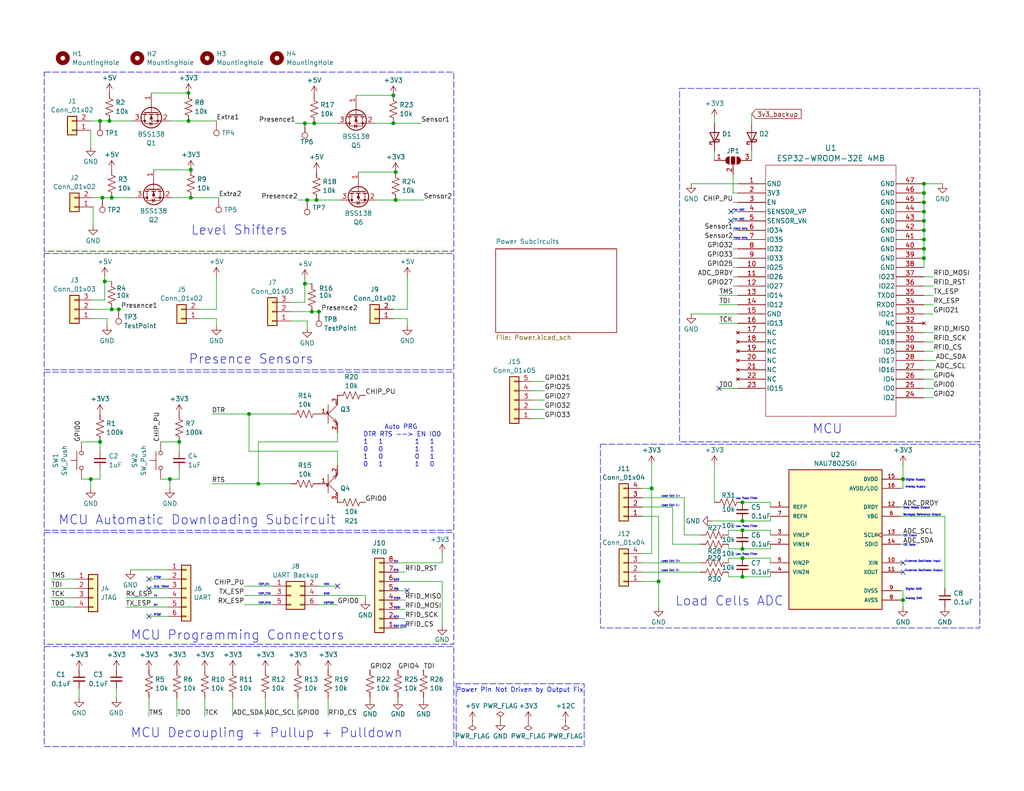
<source format=kicad_sch>
(kicad_sch (version 20230121) (generator eeschema)
  (paper "USLetter")
  (title_block (title "Brain Board") (date "2025-03-01") (rev "1.0") (company "ECE 445: Senior Capstone Project") (comment 1 "Designed By: Omkar Kulkarni"))
  (junction (at 51.435 33.02))
  (junction (at 246.38 163.83))
  (junction (at 83.185 77.47))
  (junction (at 107.95 54.61))
  (junction (at 177.8 133.35))
  (junction (at 67.945 113.03))
  (junction (at 30.48 53.975))
  (junction (at 46.355 130.81))
  (junction (at 32.385 84.455))
  (junction (at 85.09 85.09))
  (junction (at 29.845 33.02))
  (junction (at 27.305 33.02))
  (junction (at 24.765 130.81))
  (junction (at 246.38 130.81))
  (junction (at 202.565 144.78))
  (junction (at 107.95 46.99))
  (junction (at 27.94 53.975))
  (junction (at 27.305 120.65))
  (junction (at 28.575 76.835))
  (junction (at 202.565 142.24))
  (junction (at 48.895 120.65))
  (junction (at 202.565 157.48))
  (junction (at 52.07 46.355))
  (junction (at 202.565 152.4))
  (junction (at 252.095 65.405))
  (junction (at 252.095 50.165))
  (junction (at 107.315 26.035))
  (junction (at 86.36 54.61))
  (junction (at 202.565 137.16))
  (junction (at 70.485 132.08))
  (junction (at 252.095 62.865))
  (junction (at 86.995 85.09))
  (junction (at 252.095 70.485))
  (junction (at 83.185 33.655))
  (junction (at 83.82 54.61))
  (junction (at 52.07 53.975))
  (junction (at 252.095 60.325))
  (junction (at 202.565 149.86))
  (junction (at 252.095 67.945))
  (junction (at 51.435 25.4))
  (junction (at 252.095 52.705))
  (junction (at 179.705 158.75))
  (junction (at 107.315 33.655))
  (junction (at 85.725 33.655))
  (junction (at 252.095 55.245))
  (junction (at 252.095 57.785))
  (junction (at 30.48 84.455))
  (no_connect (at 246.38 156.21))
  (no_connect (at 111.125 161.29))
  (no_connect (at 196.215 106.045))
  (no_connect (at 40.64 160.655))
  (no_connect (at 199.39 57.785))
  (no_connect (at 40.64 168.275))
  (no_connect (at 92.075 160.02))
  (no_connect (at 199.39 60.325))
  (no_connect (at 40.64 158.115))
  (no_connect (at 246.38 153.67))
  (wire (pts (xy 246.38 130.81) (xy 246.38 133.35)))
  (wire (pts (xy 194.945 127) (xy 194.945 137.16)))
  (wire (pts (xy 41.275 25.4) (xy 51.435 25.4)))
  (wire (pts (xy 28.575 76.835) (xy 28.575 81.915)))
  (wire (pts (xy 28.575 75.565) (xy 28.575 76.835)))
  (wire (pts (xy 59.055 75.565) (xy 59.055 84.455)))
  (wire (pts (xy 66.675 165.1) (xy 74.295 165.1)))
  (wire (pts (xy 254.635 108.585) (xy 252.095 108.585)))
  (wire (pts (xy 196.215 83.185) (xy 201.295 83.185)))
  (wire (pts (xy 177.8 133.35) (xy 177.8 151.13)))
  (wire (pts (xy 110.49 168.91) (xy 108.585 168.91)))
  (wire (pts (xy 13.97 160.655) (xy 20.32 160.655)))
  (wire (pts (xy 85.09 85.09) (xy 86.995 85.09)))
  (wire (pts (xy 110.49 171.45) (xy 108.585 171.45)))
  (wire (pts (xy 13.97 163.195) (xy 20.32 163.195)))
  (wire (pts (xy 35.56 155.575) (xy 45.72 155.575)))
  (wire (pts (xy 246.38 127) (xy 246.38 130.81)))
  (wire (pts (xy 246.38 146.05) (xy 245.745 146.05)))
  (wire (pts (xy 200.025 65.405) (xy 201.295 65.405)))
  (wire (pts (xy 205.105 41.275) (xy 205.105 43.815)))
  (wire (pts (xy 89.535 190.5) (xy 89.535 195.58)))
  (wire (pts (xy 198.755 148.59) (xy 198.755 149.86)))
  (wire (pts (xy 21.59 190.5) (xy 21.59 187.96)))
  (wire (pts (xy 252.095 85.725) (xy 254.635 85.725)))
  (wire (pts (xy 145.415 111.76) (xy 148.59 111.76)))
  (wire (pts (xy 27.305 120.65) (xy 27.305 123.19)))
  (wire (pts (xy 34.29 165.735) (xy 45.72 165.735)))
  (wire (pts (xy 188.595 50.165) (xy 201.295 50.165)))
  (wire (pts (xy 198.755 153.67) (xy 198.755 152.4)))
  (wire (pts (xy 24.765 130.81) (xy 24.765 133.35)))
  (wire (pts (xy 210.185 157.48) (xy 210.185 156.21)))
  (wire (pts (xy 57.785 113.03) (xy 67.945 113.03)))
  (wire (pts (xy 252.095 60.325) (xy 252.095 62.865)))
  (wire (pts (xy 196.215 106.045) (xy 201.295 106.045)))
  (wire (pts (xy 200.025 55.245) (xy 201.295 55.245)))
  (wire (pts (xy 29.21 88.9) (xy 29.21 86.995)))
  (wire (pts (xy 120.65 153.67) (xy 108.585 153.67)))
  (wire (pts (xy 83.82 87.63) (xy 83.82 89.535)))
  (wire (pts (xy 198.755 156.21) (xy 198.755 157.48)))
  (wire (pts (xy 205.105 31.115) (xy 205.105 33.655)))
  (wire (pts (xy 111.125 86.995) (xy 111.125 88.9)))
  (wire (pts (xy 246.38 156.21) (xy 245.745 156.21)))
  (wire (pts (xy 252.095 78.105) (xy 254.635 78.105)))
  (wire (pts (xy 40.64 168.275) (xy 45.72 168.275)))
  (wire (pts (xy 111.125 84.455) (xy 107.315 84.455)))
  (wire (pts (xy 83.185 77.47) (xy 83.185 82.55)))
  (wire (pts (xy 48.26 190.5) (xy 48.26 195.58)))
  (wire (pts (xy 210.185 140.97) (xy 210.185 142.24)))
  (wire (pts (xy 24.765 35.56) (xy 24.765 40.005)))
  (wire (pts (xy 210.185 152.4) (xy 210.185 153.67)))
  (wire (pts (xy 45.72 163.195) (xy 34.29 163.195)))
  (wire (pts (xy 67.945 123.19) (xy 67.945 113.03)))
  (wire (pts (xy 198.755 157.48) (xy 202.565 157.48)))
  (wire (pts (xy 13.97 158.115) (xy 20.32 158.115)))
  (wire (pts (xy 198.755 152.4) (xy 202.565 152.4)))
  (wire (pts (xy 254.635 90.805) (xy 252.095 90.805)))
  (wire (pts (xy 198.755 146.05) (xy 198.755 144.78)))
  (wire (pts (xy 27.305 33.02) (xy 29.845 33.02)))
  (wire (pts (xy 46.355 33.02) (xy 51.435 33.02)))
  (wire (pts (xy 179.705 165.735) (xy 179.705 158.75)))
  (wire (pts (xy 246.38 163.83) (xy 245.745 163.83)))
  (wire (pts (xy 25.4 53.975) (xy 27.94 53.975)))
  (wire (pts (xy 70.485 132.08) (xy 70.485 120.65)))
  (wire (pts (xy 13.97 165.735) (xy 20.32 165.735)))
  (wire (pts (xy 41.91 46.355) (xy 52.07 46.355)))
  (wire (pts (xy 29.845 33.02) (xy 36.195 33.02)))
  (wire (pts (xy 111.125 161.29) (xy 108.585 161.29)))
  (wire (pts (xy 102.87 54.61) (xy 107.95 54.61)))
  (wire (pts (xy 200.025 47.625) (xy 200.025 52.705)))
  (wire (pts (xy 194.945 32.385) (xy 194.945 33.655)))
  (wire (pts (xy 66.675 162.56) (xy 74.295 162.56)))
  (wire (pts (xy 86.995 162.56) (xy 99.695 162.56)))
  (wire (pts (xy 252.095 103.505) (xy 254.635 103.505)))
  (wire (pts (xy 200.025 67.945) (xy 201.295 67.945)))
  (wire (pts (xy 202.565 142.24) (xy 210.185 142.24)))
  (wire (pts (xy 200.025 75.565) (xy 201.295 75.565)))
  (wire (pts (xy 86.995 160.02) (xy 92.075 160.02)))
  (wire (pts (xy 108.585 158.75) (xy 120.65 158.75)))
  (wire (pts (xy 92.075 127) (xy 92.075 123.19)))
  (wire (pts (xy 59.055 84.455) (xy 54.61 84.455)))
  (wire (pts (xy 200.025 73.025) (xy 201.295 73.025)))
  (wire (pts (xy 145.415 114.3) (xy 148.59 114.3)))
  (wire (pts (xy 102.235 33.655) (xy 107.315 33.655)))
  (wire (pts (xy 80.645 33.655) (xy 83.185 33.655)))
  (wire (pts (xy 22.225 130.81) (xy 24.765 130.81)))
  (wire (pts (xy 31.75 190.5) (xy 31.75 187.96)))
  (wire (pts (xy 59.055 86.995) (xy 59.055 88.9)))
  (wire (pts (xy 108.585 191.135) (xy 108.585 190.5)))
  (wire (pts (xy 57.785 132.08) (xy 70.485 132.08)))
  (wire (pts (xy 79.375 132.08) (xy 70.485 132.08)))
  (wire (pts (xy 28.575 76.835) (xy 30.48 76.835)))
  (wire (pts (xy 186.69 135.89) (xy 186.69 146.05)))
  (wire (pts (xy 252.095 98.425) (xy 255.27 98.425)))
  (wire (pts (xy 145.415 109.22) (xy 148.59 109.22)))
  (wire (pts (xy 145.415 106.68) (xy 148.59 106.68)))
  (wire (pts (xy 200.025 70.485) (xy 201.295 70.485)))
  (wire (pts (xy 252.095 55.245) (xy 252.095 57.785)))
  (wire (pts (xy 175.26 153.67) (xy 191.135 153.67)))
  (wire (pts (xy 252.095 50.165) (xy 252.095 52.705)))
  (wire (pts (xy 252.095 67.945) (xy 252.095 70.485)))
  (wire (pts (xy 246.38 161.29) (xy 246.38 163.83)))
  (wire (pts (xy 198.755 149.86) (xy 202.565 149.86)))
  (wire (pts (xy 245.745 138.43) (xy 246.38 138.43)))
  (wire (pts (xy 252.095 50.165) (xy 257.175 50.165)))
  (wire (pts (xy 46.355 130.81) (xy 43.815 130.81)))
  (wire (pts (xy 210.185 137.16) (xy 210.185 138.43)))
  (wire (pts (xy 210.185 137.16) (xy 202.565 137.16)))
  (wire (pts (xy 40.64 158.115) (xy 45.72 158.115)))
  (wire (pts (xy 85.725 33.655) (xy 92.075 33.655)))
  (wire (pts (xy 252.095 65.405) (xy 252.095 67.945)))
  (wire (pts (xy 252.095 83.185) (xy 254.635 83.185)))
  (wire (pts (xy 111.125 75.565) (xy 111.125 84.455)))
  (wire (pts (xy 179.705 140.97) (xy 175.26 140.97)))
  (wire (pts (xy 252.095 57.785) (xy 252.095 60.325)))
  (wire (pts (xy 175.26 156.21) (xy 191.135 156.21)))
  (wire (pts (xy 30.48 53.975) (xy 36.83 53.975)))
  (wire (pts (xy 199.39 57.785) (xy 201.295 57.785)))
  (wire (pts (xy 24.765 130.81) (xy 27.305 130.81)))
  (wire (pts (xy 52.07 53.975) (xy 59.69 53.975)))
  (wire (pts (xy 252.095 100.965) (xy 255.27 100.965)))
  (wire (pts (xy 30.48 84.455) (xy 32.385 84.455)))
  (wire (pts (xy 27.94 53.975) (xy 30.48 53.975)))
  (wire (pts (xy 25.4 84.455) (xy 30.48 84.455)))
  (wire (pts (xy 198.755 144.78) (xy 202.565 144.78)))
  (wire (pts (xy 179.705 158.75) (xy 175.26 158.75)))
  (wire (pts (xy 186.69 146.05) (xy 191.135 146.05)))
  (wire (pts (xy 246.38 133.35) (xy 245.745 133.35)))
  (wire (pts (xy 70.485 120.65) (xy 92.075 120.65)))
  (wire (pts (xy 46.355 130.81) (xy 46.355 133.35)))
  (wire (pts (xy 25.4 56.515) (xy 25.4 61.595)))
  (wire (pts (xy 257.81 140.97) (xy 245.745 140.97)))
  (wire (pts (xy 183.515 148.59) (xy 183.515 138.43)))
  (wire (pts (xy 27.305 128.27) (xy 27.305 130.81)))
  (wire (pts (xy 97.155 26.035) (xy 107.315 26.035)))
  (wire (pts (xy 210.185 144.78) (xy 210.185 146.05)))
  (wire (pts (xy 257.81 160.655) (xy 257.81 140.97)))
  (wire (pts (xy 252.095 70.485) (xy 252.095 73.025)))
  (wire (pts (xy 191.135 148.59) (xy 183.515 148.59)))
  (wire (pts (xy 200.025 78.105) (xy 201.295 78.105)))
  (wire (pts (xy 99.695 162.56) (xy 99.695 163.83)))
  (wire (pts (xy 175.26 133.35) (xy 177.8 133.35)))
  (wire (pts (xy 100.965 191.135) (xy 100.965 190.5)))
  (wire (pts (xy 55.88 190.5) (xy 55.88 195.58)))
  (wire (pts (xy 199.39 60.325) (xy 201.295 60.325)))
  (wire (pts (xy 202.565 157.48) (xy 210.185 157.48)))
  (wire (pts (xy 177.8 151.13) (xy 175.26 151.13)))
  (wire (pts (xy 48.895 120.65) (xy 48.895 123.19)))
  (wire (pts (xy 175.26 135.89) (xy 186.69 135.89)))
  (wire (pts (xy 202.565 144.78) (xy 210.185 144.78)))
  (wire (pts (xy 43.815 120.65) (xy 48.895 120.65)))
  (wire (pts (xy 81.28 54.61) (xy 83.82 54.61)))
  (wire (pts (xy 252.095 52.705) (xy 252.095 55.245)))
  (wire (pts (xy 29.21 86.995) (xy 25.4 86.995)))
  (wire (pts (xy 110.49 166.37) (xy 108.585 166.37)))
  (wire (pts (xy 92.075 123.19) (xy 67.945 123.19)))
  (wire (pts (xy 254.635 95.885) (xy 252.095 95.885)))
  (wire (pts (xy 115.57 191.135) (xy 115.57 190.5)))
  (wire (pts (xy 107.315 86.995) (xy 111.125 86.995)))
  (wire (pts (xy 32.385 84.455) (xy 33.02 84.455)))
  (wire (pts (xy 79.375 85.09) (xy 85.09 85.09)))
  (wire (pts (xy 107.95 54.61) (xy 115.57 54.61)))
  (wire (pts (xy 194.31 142.24) (xy 202.565 142.24)))
  (wire (pts (xy 200.025 62.865) (xy 201.295 62.865)))
  (wire (pts (xy 120.65 158.75) (xy 120.65 170.815)))
  (wire (pts (xy 201.295 52.705) (xy 200.025 52.705)))
  (wire (pts (xy 252.095 62.865) (xy 252.095 65.405)))
  (wire (pts (xy 246.38 153.67) (xy 245.745 153.67)))
  (wire (pts (xy 63.5 190.5) (xy 63.5 195.58)))
  (wire (pts (xy 86.36 54.61) (xy 92.71 54.61)))
  (wire (pts (xy 254.635 93.345) (xy 252.095 93.345)))
  (wire (pts (xy 79.375 87.63) (xy 83.82 87.63)))
  (wire (pts (xy 107.315 33.655) (xy 114.935 33.655)))
  (wire (pts (xy 46.99 53.975) (xy 52.07 53.975)))
  (wire (pts (xy 83.185 76.2) (xy 83.185 77.47)))
  (wire (pts (xy 175.26 138.43) (xy 183.515 138.43)))
  (wire (pts (xy 48.895 130.81) (xy 46.355 130.81)))
  (wire (pts (xy 86.995 165.1) (xy 92.075 165.1)))
  (wire (pts (xy 194.945 41.275) (xy 194.945 43.815)))
  (wire (pts (xy 202.565 149.86) (xy 210.185 149.86)))
  (wire (pts (xy 196.215 88.265) (xy 201.295 88.265)))
  (wire (pts (xy 83.185 82.55) (xy 79.375 82.55)))
  (wire (pts (xy 210.185 149.86) (xy 210.185 148.59)))
  (wire (pts (xy 252.095 75.565) (xy 254.635 75.565)))
  (wire (pts (xy 177.8 127) (xy 177.8 133.35)))
  (wire (pts (xy 188.595 85.725) (xy 201.295 85.725)))
  (wire (pts (xy 67.945 113.03) (xy 79.375 113.03)))
  (wire (pts (xy 110.49 156.21) (xy 108.585 156.21)))
  (wire (pts (xy 254.635 106.045) (xy 252.095 106.045)))
  (wire (pts (xy 246.38 148.59) (xy 245.745 148.59)))
  (wire (pts (xy 22.225 120.65) (xy 27.305 120.65)))
  (wire (pts (xy 97.79 46.99) (xy 107.95 46.99)))
  (wire (pts (xy 246.38 130.81) (xy 245.745 130.81)))
  (wire (pts (xy 24.765 33.02) (xy 27.305 33.02)))
  (wire (pts (xy 83.82 54.61) (xy 86.36 54.61)))
  (wire (pts (xy 246.38 163.83) (xy 246.38 165.735)))
  (wire (pts (xy 110.49 163.83) (xy 108.585 163.83)))
  (wire (pts (xy 246.38 161.29) (xy 245.745 161.29)))
  (wire (pts (xy 145.415 104.14) (xy 148.59 104.14)))
  (wire (pts (xy 83.185 77.47) (xy 85.09 77.47)))
  (wire (pts (xy 196.215 80.645) (xy 201.295 80.645)))
  (wire (pts (xy 51.435 33.02) (xy 59.055 33.02)))
  (wire (pts (xy 83.185 33.655) (xy 85.725 33.655)))
  (wire (pts (xy 72.39 190.5) (xy 72.39 195.58)))
  (wire (pts (xy 40.64 160.655) (xy 45.72 160.655)))
  (wire (pts (xy 120.65 151.13) (xy 120.65 153.67)))
  (wire (pts (xy 179.705 158.75) (xy 179.705 140.97)))
  (wire (pts (xy 252.095 80.645) (xy 254.635 80.645)))
  (wire (pts (xy 92.075 120.65) (xy 92.075 118.11)))
  (wire (pts (xy 54.61 86.995) (xy 59.055 86.995)))
  (wire (pts (xy 48.895 128.27) (xy 48.895 130.81)))
  (wire (pts (xy 202.565 152.4) (xy 210.185 152.4)))
  (wire (pts (xy 81.28 190.5) (xy 81.28 195.58)))
  (wire (pts (xy 40.64 190.5) (xy 40.64 195.58)))
  (wire (pts (xy 66.675 160.02) (xy 74.295 160.02)))
  (wire (pts (xy 28.575 81.915) (xy 25.4 81.915)))
  (wire (pts (xy 86.995 85.09) (xy 87.63 85.09)))
  (rectangle (start 185.42 24.13) (end 267.335 120.65) (stroke (width 0) (type dash)))
  (rectangle (start 12.065 101.6) (end 123.825 144.78) (stroke (width 0) (type dash)))
  (rectangle (start 12.065 69.215) (end 123.825 100.965) (stroke (width 0) (type dash)))
  (rectangle (start 12.065 176.53) (end 123.825 203.835) (stroke (width 0) (type dash)))
  (rectangle (start 12.065 145.415) (end 123.825 175.895) (stroke (width 0) (type dash)))
  (rectangle (start 12.065 19.685) (end 123.825 68.58) (stroke (width 0) (type dash)))
  (rectangle (start 124.46 186.69) (end 159.385 203.835) (stroke (width 0) (type dash)))
  (rectangle (start 163.83 121.285) (end 267.335 171.45) (stroke (width 0) (type dash)))
  (text "Load Cell 1-\n" (at 180.34 138.43 0) (effects (font (size 0.508 0.508)) (justify left bottom)))
  (text "Low Pass Filter" (at 200.66 136.525 0) (effects (font (size 0.508 0.508)) (justify left bottom)))
  (text "Digital Supply" (at 247.015 131.445 0) (effects (font (size 0.508 0.508)) (justify left bottom)))
  (text "Load Cells ADC" (at 184.15 165.735 0) (effects (font (size 2.54 2.54)) (justify left bottom)))
  (text "Power Pin Not Driven by Output Fix" (at 124.46 189.23 0) (effects (font (size 1.27 1.27)) (justify left bottom)))
  (text "For ADC" (at 200.025 57.785 0) (effects (font (size 0.508 0.508)) (justify left bottom)))
  (text "Load Cell 2-\n" (at 180.34 156.21 0) (effects (font (size 0.508 0.508)) (justify left bottom)))
  (text "ESPIO0" (at 88.265 165.1 0) (effects (font (size 0.508 0.508)) (justify left bottom)))
  (text "      Auto PRG\nDTR RTS --> EN IO0\n1   1         1   1\n0   0         1   1\n1   0         0   1\n0   1         1   0\n" (at 99.06 127.635 0) (effects (font (size 1.27 1.27)) (justify left bottom)))
  (text "IRQ" (at 107.315 161.29 0) (effects (font (size 0.508 0.508)) (justify left bottom)))
  (text "ESP_TXD\n" (at 70.485 162.56 0) (effects (font (size 0.508 0.508)) (justify left bottom)))
  (text "I2C Data" (at 246.38 149.225 0) (effects (font (size 0.508 0.508)) (justify left bottom)))
  (text "Low Pass Filter" (at 200.66 144.145 0) (effects (font (size 0.508 0.508)) (justify left bottom)))
  (text "MCU" (at 221.615 118.745 0) (effects (font (size 2.54 2.54)) (justify left bottom)))
  (text "Analog Supply\n" (at 247.015 133.35 0) (effects (font (size 0.508 0.508)) (justify left bottom)))
  (text "Digital GND\n" (at 247.015 161.29 0) (effects (font (size 0.508 0.508)) (justify left bottom)))
  (text "SCK" (at 107.315 168.91 0) (effects (font (size 0.508 0.508)) (justify left bottom)))
  (text "RTS" (at 107.315 156.21 0) (effects (font (size 0.508 0.508)) (justify left bottom)))
  (text "Load Cell 2+\n" (at 180.34 153.67 0) (effects (font (size 0.508 0.508)) (justify left bottom)))
  (text "For ADC" (at 200.025 60.325 0) (effects (font (size 0.508 0.508)) (justify left bottom)))
  (text "CTS#" (at 41.91 158.115 0) (effects (font (size 0.508 0.508)) (justify left bottom)))
  (text "RTS#\n" (at 41.91 168.275 0) (effects (font (size 0.508 0.508)) (justify left bottom)))
  (text "VDD" (at 88.265 160.02 0) (effects (font (size 0.508 0.508)) (justify left bottom)))
  (text "Load Cell 1+" (at 180.34 135.89 0) (effects (font (size 0.508 0.508)) (justify left bottom)))
  (text "MCU Decoupling + Pullup + Pulldown\n\n\n\n" (at 35.56 213.995 0) (effects (font (size 2.54 2.54)) (justify left bottom)))
  (text "TX" (at 41.91 163.195 0) (effects (font (size 0.508 0.508)) (justify left bottom)))
  (text "GND" (at 107.315 158.75 0) (effects (font (size 0.508 0.508)) (justify left bottom)))
  (text "MOSI" (at 107.315 166.37 0) (effects (font (size 0.508 0.508)) (justify left bottom)))
  (text "MCU Programming Connectors\n\n\n\n" (at 35.56 187.325 0) (effects (font (size 2.54 2.54)) (justify left bottom)))
  (text "MISO" (at 107.315 163.83 0) (effects (font (size 0.508 0.508)) (justify left bottom)))
  (text "External Oscillator Output\n" (at 247.015 156.21 0) (effects (font (size 0.508 0.508)) (justify left bottom)))
  (text "ESP_EN" (at 70.485 160.02 0) (effects (font (size 0.508 0.508)) (justify left bottom)))
  (text "MCU Automatic Downloading Subcircuit\n\n\n" (at 15.875 151.765 0) (effects (font (size 2.54 2.54)) (justify left bottom)))
  (text "Input only" (at 200.025 65.405 0) (effects (font (size 0.508 0.508)) (justify left bottom)))
  (text "Low Pass Filter" (at 200.66 151.765 0) (effects (font (size 0.508 0.508)) (justify left bottom)))
  (text "Presence Sensors" (at 51.435 99.695 0) (effects (font (size 2.54 2.54)) (justify left bottom)))
  (text "Bandgap Reference Output" (at 246.38 140.97 0) (effects (font (size 0.508 0.508)) (justify left bottom)))
  (text "Level Shifters\n\n" (at 52.07 68.58 0) (effects (font (size 2.54 2.54)) (justify left bottom)))
  (text "Vcc" (at 107.315 153.67 0) (effects (font (size 0.508 0.508)) (justify left bottom)))
  (text "ESP_RXD" (at 70.485 165.1 0) (effects (font (size 0.508 0.508)) (justify left bottom)))
  (text "Data Ready Output" (at 246.38 139.065 0) (effects (font (size 0.508 0.508)) (justify left bottom)))
  (text "Input only" (at 200.025 62.865 0) (effects (font (size 0.508 0.508)) (justify left bottom)))
  (text "SDA (CS)" (at 107.315 171.45 0) (effects (font (size 0.508 0.508)) (justify left bottom)))
  (text "GND" (at 88.265 162.56 0) (effects (font (size 0.508 0.508)) (justify left bottom)))
  (text "3v3, 75mA\n" (at 41.91 160.655 0) (effects (font (size 0.508 0.508)) (justify left bottom)))
  (text "External Oscillator Input" (at 247.015 153.67 0) (effects (font (size 0.508 0.508)) (justify left bottom)))
  (text "I2C Clock" (at 246.38 146.685 0) (effects (font (size 0.508 0.508)) (justify left bottom)))
  (text "Analog GND\n" (at 247.015 163.83 0) (effects (font (size 0.508 0.508)) (justify left bottom)))
  (text "RX" (at 41.91 165.735 0) (effects (font (size 0.508 0.508)) (justify left bottom)))
  (label "Presence2" (at 81.28 54.61 180))
  (label "Presence1" (at 33.02 84.455 0))
  (label "GPIO25" (at 148.59 106.68 0))
  (label "RFID_RST" (at 254.635 78.105 0))
  (label "GPIO0" (at 92.075 165.1 0))
  (label "Sensor1" (at 200.025 62.865 180))
  (label "ADC_SCL" (at 72.39 195.58 0))
  (label "Sensor1" (at 114.935 33.655 0))
  (label "Presence2" (at 87.63 85.09 0))
  (label "GPIO4" (at 254.635 103.505 0))
  (label "TMS" (at 40.64 195.58 0))
  (label "ADC_SDA" (at 255.27 98.425 0))
  (label "RTS" (at 57.785 132.08 0))
  (label "GPIO2" (at 254.635 108.585 0))
  (label "CHIP_PU" (at 99.695 107.95 0))
  (label "RFID_SCK" (at 110.49 168.91 0))
  (label "GPIO0" (at 22.225 120.65 90))
  (label "Extra1" (at 59.055 33.02 0))
  (label "GPIO32" (at 148.59 111.76 0))
  (label "TMS" (at 196.215 80.645 0))
  (label "TDI" (at 13.97 160.655 0))
  (label "RX_ESP" (at 66.675 165.1 180))
  (label "TCK" (at 55.88 195.58 0))
  (label "GPIO27" (at 148.59 109.22 0))
  (label "ADC_SCL" (at 246.38 146.05 0))
  (label "TX_ESP" (at 34.29 165.735 0))
  (label "RFID_SCK" (at 254.635 93.345 0))
  (label "CHIP_PU" (at 66.675 160.02 180))
  (label "GPIO2" (at 100.965 182.88 0))
  (label "RX_ESP" (at 254.635 83.185 0))
  (label "TMS" (at 13.97 158.115 0))
  (label "GPIO0" (at 254.635 106.045 0))
  (label "RFID_MOSI" (at 110.49 166.37 0))
  (label "RFID_CS" (at 254.635 95.885 0))
  (label "TCK" (at 196.215 88.265 0))
  (label "ADC_SDA" (at 63.5 195.58 0))
  (label "RFID_MOSI" (at 254.635 75.565 0))
  (label "GPIO25" (at 200.025 73.025 180))
  (label "GPIO33" (at 200.025 70.485 180))
  (label "RX_ESP" (at 34.29 163.195 0))
  (label "TDO" (at 48.26 195.58 0))
  (label "Extra2" (at 59.69 53.975 0))
  (label "ADC_SDA" (at 246.38 148.59 0))
  (label "TCK" (at 13.97 163.195 0))
  (label "GPIO0" (at 81.28 195.58 0))
  (label "CHIP_PU" (at 200.025 55.245 180))
  (label "GPIO27" (at 200.025 78.105 180))
  (label "RFID_CS" (at 89.535 195.58 0))
  (label "TX_ESP" (at 254.635 80.645 0))
  (label "GPIO21" (at 254.635 85.725 0))
  (label "Sensor2" (at 115.57 54.61 0))
  (label "GPIO32" (at 200.025 67.945 180))
  (label "GPIO0" (at 99.695 137.16 0))
  (label "CHIP_PU" (at 43.815 120.65 90))
  (label "TDO" (at 196.215 106.045 0))
  (label "ADC_DRDY" (at 246.38 138.43 0))
  (label "GPIO33" (at 148.59 114.3 0))
  (label "TDI" (at 196.215 83.185 0))
  (label "Sensor2" (at 200.025 65.405 180))
  (label "RFID_CS" (at 110.49 171.45 0))
  (label "RFID_RST" (at 110.49 156.21 0))
  (label "ADC_DRDY" (at 200.025 75.565 180))
  (label "TDI" (at 115.57 182.88 0))
  (label "GPIO4" (at 108.585 182.88 0))
  (label "TDO" (at 13.97 165.735 0))
  (label "RFID_MISO" (at 110.49 163.83 0))
  (label "TX_ESP" (at 66.675 162.56 180))
  (label "Presence1" (at 80.645 33.655 180))
  (label "GPIO21" (at 148.59 104.14 0))
  (label "RFID_MISO" (at 254.635 90.805 0))
  (label "DTR" (at 57.785 113.03 0))
  (label "ADC_SCL" (at 255.27 100.965 0))
  (global_label "3v3_backup" (shape input) (at 205.105 31.115 0) (property "Intersheetrefs" "${INTERSHEET_REFS}" (effects hide)))
  (symbol (lib_id "power:PWR_FLAG") (at 136.525 196.85 0) (unit 1)
    (property "Reference" "#FLG02" (effects hide))
    (property "Value" "PWR_FLAG" (at 136.525 192.7169 0))
  )
  (symbol (lib_id "Connector_Generic:Conn_02x03_Odd_Even") (at 79.375 162.56 0) (unit 1)
    (property "Reference" "J8" (at 80.645 154.6057 0))
    (property "Value" "UART Backup" (at 80.645 157.0299 0))
    (property "Footprint" "61200621621:61200621621" (effects hide))
    (property "Link" "https://www.digikey.com/en/products/detail/w%C3%BCrth-elektronik/61200621621/4846913" (effects hide))
    (property "MPN" "61200621621" (effects hide))
  )
  (symbol (lib_id "device:C_Small") (at 21.59 185.42 0) (unit 1)
    (property "Reference" "C1" (at 15.24 184.15 0) (effects (justify left)))
    (property "Value" "0.1uF" (at 13.97 186.69 0) (effects (justify left)))
    (property "Footprint" "Capacitor_SMD:C_0603_1608Metric" (effects hide))
    (property "Link" "https://www.digikey.com/en/products/detail/kemet/C0603C103F3GECAUTO/6826352" (effects hide))
    (property "MPN" "C0603C103F3GECAUTO" (effects hide))
  )
  (symbol (lib_id "power:+3V3") (at 27.305 113.03 0) (unit 1)
    (property "Reference" "#PWR06" (effects hide))
    (property "Value" "+3V3" (at 27.305 108.8969 0))
  )
  (symbol (lib_id "Connector_Generic:Conn_01x02") (at 102.235 86.995 180) (unit 1)
    (property "Reference" "J9" (at 102.235 79.0407 0))
    (property "Value" "Conn_01x02" (at 102.235 81.4649 0))
    (property "Footprint" "Connector_Molex:Molex_KK-254_AE-6410-02A_1x02_P2.54mm_Vertical" (effects hide))
    (property "Link" "https://www.digikey.com/en/products/detail/molex/1718560102/10482310" (effects hide))
    (property "MPN" "1718560102" (effects hide))
  )
  (symbol (lib_id "Connector:TestPoint") (at 83.82 54.61 180) (unit 1)
    (property "Reference" "TP7" (at 85.217 56.6999 0) (effects (justify right)))
    (property "Value" "TestPoint" (effects hide))
    (property "Footprint" "TestPoint:TestPoint_Keystone_5010-5014_Multipurpose" (effects hide))
    (property "Link" "https://www.digikey.com/en/products/detail/keystone-electronics/5011/255333" (effects hide))
    (property "MPN" "36-5011-ND" (effects hide))
  )
  (symbol (lib_id "Connector_Generic:Conn_01x08") (at 103.505 163.83 180) (unit 1)
    (property "Reference" "J10" (at 103.505 148.2557 0))
    (property "Value" "RFID" (at 103.505 150.6799 0))
    (property "Footprint" "Connector_Harting:Harting_har-flexicon_14110813001xxx_1x08-MP_P2.54mm_Vertical" (effects hide))
    (property "Link" "https://www.digikey.com/en/products/detail/harting/14110813001000/4835039" (effects hide))
    (property "MPN" "14110813001000" (effects hide))
  )
  (symbol (lib_id "Device:R_US") (at 48.26 186.69 0) (unit 1)
    (property "Reference" "R6" (at 49.911 185.4779 0) (effects (justify left)))
    (property "Value" "10k" (at 49.911 187.9021 0) (effects (justify left)))
    (property "Footprint" "Resistor_SMD:R_1206_3216Metric" (effects hide))
    (property "Link" "https://www.digikey.com/en/products/detail/susumu/HRG3216P-1002-B-T1/5762469" (effects hide))
    (property "MPN" "HRG3216P-1002-B-T1" (effects hide))
  )
  (symbol (lib_id "power:PWR_FLAG") (at 154.305 196.85 180) (unit 1)
    (property "Reference" "#FLG04" (effects hide))
    (property "Value" "PWR_FLAG" (at 154.305 200.9831 0))
  )
  (symbol (lib_id "power:GND") (at 46.355 133.35 0) (unit 1)
    (property "Reference" "#PWR015" (effects hide))
    (property "Value" "GND" (at 46.355 137.4831 0))
  )
  (symbol (lib_id "device:R_US") (at 29.845 29.21 0) (unit 1)
    (property "Reference" "R2" (at 31.496 27.9979 0) (effects (justify left)))
    (property "Value" "10k" (at 31.496 30.4221 0) (effects (justify left)))
    (property "Footprint" "Resistor_SMD:R_1206_3216Metric" (effects hide))
    (property "Link" "https://www.digikey.com/en/products/detail/susumu/HRG3216P-1002-B-T1/5762469" (effects hide))
    (property "MPN" "HRG3216P-1002-B-T1" (effects hide))
  )
  (symbol (lib_id "power:GND") (at 100.965 191.135 0) (unit 1)
    (property "Reference" "#PWR034" (effects hide))
    (property "Value" "GND" (at 100.965 194.945 0))
  )
  (symbol (lib_id "device:R_US") (at 107.95 50.8 0) (unit 1)
    (property "Reference" "R24" (at 109.601 49.5879 0) (effects (justify left)))
    (property "Value" "10k" (at 109.601 52.0121 0) (effects (justify left)))
    (property "Footprint" "Resistor_SMD:R_1206_3216Metric" (effects hide))
    (property "Link" "https://www.digikey.com/en/products/detail/susumu/HRG3216P-1002-B-T1/5762469" (effects hide))
    (property "MPN" "HRG3216P-1002-B-T1" (effects hide))
  )
  (symbol (lib_id "Connector_Generic:Conn_01x06") (at 50.8 160.655 0) (unit 1)
    (property "Reference" "J6" (at 52.832 160.7129 0) (effects (justify left)))
    (property "Value" "UART" (at 52.832 163.1371 0) (effects (justify left)))
    (property "Footprint" "Connector_PinHeader_2.54mm:PinHeader_1x06_P2.54mm_Vertical" (effects hide))
    (property "Link" "https://www.digikey.com/en/products/detail/harwin-inc/M20-9990645/3728233" (effects hide))
    (property "MPN" "M20-9990645" (effects hide))
  )
  (symbol (lib_id "power:+5V") (at 86.36 46.99 0) (unit 1)
    (property "Reference" "#PWR031" (effects hide))
    (property "Value" "+5V" (at 86.36 42.8569 0))
  )
  (symbol (lib_id "Device:R_US") (at 198.755 137.16 90) (unit 1)
    (property "Reference" "R31" (at 198.755 135.255 90))
    (property "Value" "10k" (at 198.755 139.065 90))
    (property "Footprint" "Resistor_SMD:R_1206_3216Metric" (effects hide))
    (property "Link" "https://www.digikey.com/en/products/detail/susumu/HRG3216P-1002-B-T1/5762469" (effects hide))
    (property "MPN" "HRG3216P-1002-B-T1" (effects hide))
  )
  (symbol (lib_id "power:+3V3") (at 55.88 182.88 0) (unit 1)
    (property "Reference" "#PWR020" (effects hide))
    (property "Value" "+3V3" (at 55.88 178.7469 0))
  )
  (symbol (lib_id "Connector_Generic:Conn_01x05") (at 140.335 109.22 180) (unit 1)
    (property "Reference" "J15" (at 140.335 98.7257 0))
    (property "Value" "Conn_01x05" (at 140.335 101.1499 0))
  )
  (symbol (lib_id "S8050-SMD:SMD-TRANSISTORS-NPN-25V-500MW_SOT-23_") (at 89.535 113.03 0) (unit 1)
    (property "Reference" "Q3" (at 92.8243 111.7721 0) (effects (justify left)))
    (property "Value" "SMD-TRANSISTORS-NPN-25V-500MW_SOT-23_" (effects hide))
    (property "Footprint" "SMD-TRANSISTORS-NPN-25V-500MW_SOT-23_:SOT-23" (effects hide))
    (property "Datasheet" "https://mm.digikey.com/Volume0/opasdata/d220001/medias/docus/6348/S8050_prod.pdf" (effects hide))
    (property "DigiKey_Part_Number" "3372-S8050TR-ND" (effects hide))
    (property "SnapEDA_Link" "https://www.snapeda.com/parts/S8050/MDD/view-part/?ref=snap" (effects hide))
    (property "Description" "\n                        \n                            Bipolar (BJT) Transistor NPN 25 V 500 mA 150MHz 300 mW Surface Mount SOT-23\n                        \n" (effects hide))
    (property "Package" "None" (effects hide))
    (property "MPN" "S8050" (effects hide))
    (property "MF" "MDD" (effects hide))
    (property "MP" "S8050" (effects hide))
    (property "Check_prices" "https://www.snapeda.com/parts/S8050/MDD/view-part/?ref=eda" (effects hide))
    (property "Link" "https://www.digikey.com/en/products/detail/nextgen-components/S8050/16602420" (effects hide))
  )
  (symbol (lib_id "Connector_Generic:Conn_01x02") (at 49.53 86.995 180) (unit 1)
    (property "Reference" "J5" (at 49.53 79.0407 0))
    (property "Value" "Conn_01x02" (at 49.53 81.4649 0))
    (property "Footprint" "Connector_Molex:Molex_KK-254_AE-6410-02A_1x02_P2.54mm_Vertical" (effects hide))
    (property "Link" "https://www.digikey.com/en/products/detail/molex/1718560102/10482310" (effects hide))
    (property "MPN" "1718560102" (effects hide))
  )
  (symbol (lib_id "Connector_Generic:Conn_01x04") (at 25.4 160.655 0) (unit 1)
    (property "Reference" "J4" (at 27.432 160.7129 0) (effects (justify left)))
    (property "Value" "JTAG" (at 27.432 163.1371 0) (effects (justify left)))
    (property "Footprint" "Connector_PinSocket_2.54mm:PinSocket_1x04_P2.54mm_Vertical" (effects hide))
    (property "Link" "https://www.digikey.com/en/products/detail/harwin-inc/M20-9990446/3728230" (effects hide))
    (property "MPN" "M20-9990446" (effects hide))
  )
  (symbol (lib_id "power:GND") (at 188.595 50.165 0) (unit 1)
    (property "Reference" "#PWR045" (effects hide))
    (property "Value" "GND" (at 188.595 54.2981 0))
  )
  (symbol (lib_id "power:+3V3") (at 194.945 127 0) (unit 1)
    (property "Reference" "#PWR049" (effects hide))
    (property "Value" "+3V3" (at 194.945 122.8669 0))
  )
  (symbol (lib_id "Device:C_Small") (at 202.565 139.7 0) (unit 1)
    (property "Reference" "C5" (at 204.8891 138.4942 0) (effects (justify left)))
    (property "Value" "0.1uF" (at 204.8891 140.9184 0) (effects (justify left)))
    (property "Footprint" "Capacitor_SMD:C_0603_1608Metric" (effects hide))
    (property "Link" "https://www.digikey.com/en/products/detail/yageo/CC0603KRX7R7BB104/302822" (effects hide))
    (property "MPN" "CC0603KRX7R7BB104" (effects hide))
  )
  (symbol (lib_id "power:GND") (at 24.765 40.005 0) (unit 1)
    (property "Reference" "#PWR03" (effects hide))
    (property "Value" "GND" (at 24.765 44.1381 0))
  )
  (symbol (lib_id "power:GND") (at 99.695 163.83 0) (unit 1)
    (property "Reference" "#PWR033" (effects hide))
    (property "Value" "GND" (at 99.695 167.9631 0))
  )
  (symbol (lib_id "power:+3V3") (at 72.39 182.88 0) (unit 1)
    (property "Reference" "#PWR025" (effects hide))
    (property "Value" "+3V3" (at 72.39 178.7469 0))
  )
  (symbol (lib_id "Device:R_US") (at 63.5 186.69 0) (unit 1)
    (property "Reference" "R11" (at 65.151 185.4779 0) (effects (justify left)))
    (property "Value" "10k" (at 65.151 187.9021 0) (effects (justify left)))
    (property "Footprint" "Resistor_SMD:R_1206_3216Metric" (effects hide))
    (property "Link" "https://www.digikey.com/en/products/detail/susumu/HRG3216P-1002-B-T1/5762469" (effects hide))
    (property "MPN" "HRG3216P-1002-B-T1" (effects hide))
  )
  (symbol (lib_id "power:+3V3") (at 246.38 127 0) (unit 1)
    (property "Reference" "#PWR050" (effects hide))
    (property "Value" "+3V3" (at 246.38 122.8669 0))
  )
  (symbol (lib_id "Connector:TestPoint") (at 86.995 85.09 180) (unit 1)
    (property "Reference" "TP8" (at 88.392 87.1799 0) (effects (justify right)))
    (property "Value" "TestPoint" (at 88.392 89.6041 0) (effects (justify right)))
    (property "Footprint" "TestPoint:TestPoint_Keystone_5010-5014_Multipurpose" (effects hide))
    (property "Link" "https://www.digikey.com/en/products/detail/keystone-electronics/5011/255333" (effects hide))
    (property "MPN" "36-5011-ND" (effects hide))
  )
  (symbol (lib_id "Device:R_US") (at 55.88 186.69 0) (unit 1)
    (property "Reference" "R10" (at 57.531 185.4779 0) (effects (justify left)))
    (property "Value" "10k" (at 57.531 187.9021 0) (effects (justify left)))
    (property "Footprint" "Resistor_SMD:R_1206_3216Metric" (effects hide))
    (property "Link" "https://www.digikey.com/en/products/detail/susumu/HRG3216P-1002-B-T1/5762469" (effects hide))
    (property "MPN" "HRG3216P-1002-B-T1" (effects hide))
  )
  (symbol (lib_id "power:+3V3") (at 51.435 25.4 0) (unit 1)
    (property "Reference" "#PWR018" (effects hide))
    (property "Value" "+3V3" (at 51.435 21.2669 0))
  )
  (symbol (lib_id "power:+3V3") (at 52.07 46.355 0) (unit 1)
    (property "Reference" "#PWR019" (effects hide))
    (property "Value" "+3V3" (at 52.07 42.2219 0))
  )
  (symbol (lib_id "Transistor_FET:BSS138") (at 41.91 51.435 90) (mirror x) (unit 1)
    (property "Reference" "Q2" (at 41.91 60.0243 90))
    (property "Value" "BSS138" (at 41.91 57.6001 90))
    (property "Footprint" "Package_TO_SOT_SMD:SOT-23" (effects hide))
    (property "Datasheet" "https://www.onsemi.com/pub/Collateral/BSS138-D.PDF" (effects hide))
    (property "Link" "https://www.digikey.com/en/products/detail/onsemi/BSS138/244210" (effects hide))
    (property "MPN" "BSS138" (effects hide))
  )
  (symbol (lib_id "Connector:TestPoint") (at 59.055 33.02 180) (unit 1)
    (property "Reference" "TP4" (at 60.452 36.322 0) (effects (justify right)))
    (property "Value" "TestPoint" (effects hide))
    (property "Footprint" "TestPoint:TestPoint_Keystone_5010-5014_Multipurpose" (effects hide))
    (property "Link" "https://www.digikey.com/en/products/detail/keystone-electronics/5011/255333" (effects hide))
    (property "MPN" "36-5011-ND" (effects hide))
  )
  (symbol (lib_id "power:+5V") (at 30.48 46.355 0) (unit 1)
    (property "Reference" "#PWR010" (effects hide))
    (property "Value" "+5V" (at 30.48 42.2219 0))
  )
  (symbol (lib_id "device:R_US") (at 48.895 116.84 0) (unit 1)
    (property "Reference" "R7" (at 50.546 115.6279 0) (effects (justify left)))
    (property "Value" "100k" (at 50.546 118.0521 0) (effects (justify left)))
    (property "Footprint" "Resistor_SMD:R_0805_2012Metric" (effects hide))
    (property "Link" "https://www.digikey.com/en/products/detail/yageo/RC0805FR-07100KL/727544" (effects hide))
    (property "MPN" "RC0805FR-07100KL" (effects hide))
  )
  (symbol (lib_id "power:+5V") (at 128.905 196.85 0) (unit 1)
    (property "Reference" "#PWR026" (effects hide))
    (property "Value" "+5V" (at 128.905 192.7169 0))
  )
  (symbol (lib_id "Jumper:SolderJumper_3_Open") (at 200.025 43.815 0) (unit 1)
    (property "Reference" "JP1" (at 200.025 41.2059 0))
    (property "Value" "SolderJumper_3_Open" (effects hide))
    (property "Footprint" "Jumper:SolderJumper-3_P1.3mm_Open_RoundedPad1.0x1.5mm" (effects hide))
    (property "Link" "NA" (effects hide))
    (property "MPN" "NA" (effects hide))
  )
  (symbol (lib_id "power:GND") (at 108.585 191.135 0) (unit 1)
    (property "Reference" "#PWR037" (effects hide))
    (property "Value" "GND" (at 108.585 194.945 0))
  )
  (symbol (lib_id "device:R_US") (at 51.435 29.21 0) (unit 1)
    (property "Reference" "R8" (at 53.086 27.9979 0) (effects (justify left)))
    (property "Value" "10k" (at 53.086 30.4221 0) (effects (justify left)))
    (property "Footprint" "Resistor_SMD:R_1206_3216Metric" (effects hide))
    (property "Link" "https://www.digikey.com/en/products/detail/susumu/HRG3216P-1002-B-T1/5762469" (effects hide))
    (property "MPN" "HRG3216P-1002-B-T1" (effects hide))
  )
  (symbol (lib_id "Device:R_US") (at 89.535 186.69 0) (unit 1)
    (property "Reference" "R19" (at 91.186 185.4779 0) (effects (justify left)))
    (property "Value" "10k" (at 91.186 187.9021 0) (effects (justify left)))
    (property "Footprint" "Resistor_SMD:R_1206_3216Metric" (effects hide))
    (property "Link" "https://www.digikey.com/en/products/detail/susumu/HRG3216P-1002-B-T1/5762469" (effects hide))
    (property "MPN" "HRG3216P-1002-B-T1" (effects hide))
  )
  (symbol (lib_id "power:+3V3") (at 144.145 196.85 0) (unit 1)
    (property "Reference" "#PWR059" (effects hide))
    (property "Value" "+3V3" (at 144.145 192.7169 0))
  )
  (symbol (lib_id "power:+5V") (at 83.185 76.2 0) (unit 1)
    (property "Reference" "#PWR028" (effects hide))
    (property "Value" "+5V" (at 83.185 72.0669 0))
  )
  (symbol (lib_id "power:GND") (at 83.82 89.535 0) (unit 1)
    (property "Reference" "#PWR029" (effects hide))
    (property "Value" "GND" (at 83.82 93.6681 0))
  )
  (symbol (lib_id "power:+3V3") (at 107.95 46.99 0) (unit 1)
    (property "Reference" "#PWR036" (effects hide))
    (property "Value" "+3V3" (at 107.95 42.8569 0))
  )
  (symbol (lib_id "Mechanical:MountingHole") (at 56.515 15.875 0) (unit 1)
    (property "Reference" "H3" (at 59.055 14.6629 0) (effects (justify left)))
    (property "Value" "MountingHole" (at 59.055 17.0871 0) (effects (justify left)))
    (property "Footprint" "MountingHole:MountingHole_3.2mm_M3" (effects hide))
    (property "Link" "NA" (effects hide))
    (property "MPN" "NA" (effects hide))
  )
  (symbol (lib_id "Device:R_US") (at 72.39 186.69 0) (unit 1)
    (property "Reference" "R12" (at 74.041 185.4779 0) (effects (justify left)))
    (property "Value" "10k" (at 74.041 187.9021 0) (effects (justify left)))
    (property "Footprint" "Resistor_SMD:R_1206_3216Metric" (effects hide))
    (property "Link" "https://www.digikey.com/en/products/detail/susumu/HRG3216P-1002-B-T1/5762469" (effects hide))
    (property "MPN" "HRG3216P-1002-B-T1" (effects hide))
  )
  (symbol (lib_id "device:D_Schottky") (at 205.105 37.465 90) (unit 1)
    (property "Reference" "D2" (at 207.137 36.5704 90) (effects (justify right)))
    (property "Value" "D_Schottky" (effects hide))
    (property "Footprint" "VS_30BQ015_M3_9AT:VS_30BQ015_M3_9AT" (effects hide))
    (property "Link" "https://www.digikey.com/en/products/detail/vishay-general-semiconductor-diodes-division/VS-30BQ015-M3-9AT/4933664" (effects hide))
    (property "MPN" "VS-30BQ015-M3/9AT" (effects hide))
  )
  (symbol (lib_id "power:+3V3") (at 194.945 32.385 0) (unit 1)
    (property "Reference" "#PWR048" (effects hide))
    (property "Value" "+3V3" (at 194.945 28.2519 0))
  )
  (symbol (lib_id "Transistor_FET:BSS138") (at 41.275 30.48 90) (mirror x) (unit 1)
    (property "Reference" "Q1" (at 41.275 39.0693 90))
    (property "Value" "BSS138" (at 41.275 36.6451 90))
    (property "Footprint" "Package_TO_SOT_SMD:SOT-23" (effects hide))
    (property "Datasheet" "https://www.onsemi.com/pub/Collateral/BSS138-D.PDF" (effects hide))
    (property "Link" "https://www.digikey.com/en/products/detail/onsemi/BSS138/244210" (effects hide))
    (property "MPN" "BSS138" (effects hide))
  )
  (symbol (lib_id "power:+3V3") (at 48.26 182.88 0) (unit 1)
    (property "Reference" "#PWR016" (effects hide))
    (property "Value" "+3V3" (at 48.26 178.7469 0))
  )
  (symbol (lib_id "power:GND") (at 25.4 61.595 0) (unit 1)
    (property "Reference" "#PWR05" (effects hide))
    (property "Value" "GND" (at 25.4 65.7281 0))
  )
  (symbol (lib_id "Switch:SW_Push") (at 22.225 125.73 90) (unit 1)
    (property "Reference" "SW1" (at 15.1597 125.73 0))
    (property "Value" "SW_Push" (at 17.5839 125.73 0))
    (property "Footprint" "Button_Switch_SMD:SW_SPST_B3U-1000P" (effects hide))
    (property "Link" "https://www.digikey.com/en/products/detail/omron-electronics-inc-emc-div/B3U-1000P/1534338" (effects hide))
    (property "MPN" "B3U-1000P" (effects hide))
  )
  (symbol (lib_id "power:PWR_FLAG") (at 128.905 196.85 180) (unit 1)
    (property "Reference" "#FLG01" (effects hide))
    (property "Value" "PWR_FLAG" (at 128.905 200.9831 0))
  )
  (symbol (lib_id "power:+3V3") (at 21.59 182.88 0) (unit 1)
    (property "Reference" "#PWR01" (effects hide))
    (property "Value" "+3V3" (at 21.59 178.7469 0))
  )
  (symbol (lib_id "power:GND") (at 188.595 85.725 0) (unit 1)
    (property "Reference" "#PWR046" (effects hide))
    (property "Value" "GND" (at 188.595 89.8581 0))
  )
  (symbol (lib_id "device:C_Small") (at 48.895 125.73 0) (unit 1)
    (property "Reference" "C4" (at 51.2191 124.5242 0) (effects (justify left)))
    (property "Value" "1uF" (at 51.2191 126.9484 0) (effects (justify left)))
    (property "Footprint" "Resistor_SMD:R_0603_1608Metric" (effects hide))
    (property "Link" "https://www.digikey.com/en/products/detail/taiyo-yuden/TMK107B7105KA-T/2714162" (effects hide))
    (property "MPN" "TMK107B7105KA-T" (effects hide))
  )
  (symbol (lib_id "power:GND") (at 24.765 133.35 0) (unit 1)
    (property "Reference" "#PWR04" (effects hide))
    (property "Value" "GND" (at 24.765 137.4831 0))
  )
  (symbol (lib_id "Device:C_Small") (at 202.565 147.32 0) (unit 1)
    (property "Reference" "C6" (at 204.8891 146.1142 0) (effects (justify left)))
    (property "Value" "0.1uF" (at 204.8891 148.5384 0) (effects (justify left)))
    (property "Footprint" "Capacitor_SMD:C_0603_1608Metric" (effects hide))
    (property "Link" "https://www.digikey.com/en/products/detail/yageo/CC0603KRX7R7BB104/302822" (effects hide))
    (property "MPN" "CC0603KRX7R7BB104" (effects hide))
  )
  (symbol (lib_id "power:GND") (at 179.705 165.735 0) (unit 1)
    (property "Reference" "#PWR044" (effects hide))
    (property "Value" "GND" (at 179.705 169.8681 0))
  )
  (symbol (lib_id "power:GND") (at 21.59 190.5 0) (unit 1)
    (property "Reference" "#PWR02" (effects hide))
    (property "Value" "GND" (at 21.59 194.6331 0))
  )
  (symbol (lib_id "Device:C_Small") (at 202.565 154.94 0) (unit 1)
    (property "Reference" "C7" (at 204.8891 153.7342 0) (effects (justify left)))
    (property "Value" "0.1uF" (at 204.8891 156.1584 0) (effects (justify left)))
    (property "Footprint" "Capacitor_SMD:C_0603_1608Metric" (effects hide))
    (property "Link" "https://www.digikey.com/en/products/detail/yageo/CC0603KRX7R7BB104/302822" (effects hide))
    (property "MPN" "CC0603KRX7R7BB104" (effects hide))
  )
  (symbol (lib_id "power:GND") (at 35.56 155.575 0) (unit 1)
    (property "Reference" "#PWR013" (effects hide))
    (property "Value" "GND" (at 35.56 159.7081 0))
  )
  (symbol (lib_id "device:R_US") (at 107.315 29.845 0) (unit 1)
    (property "Reference" "R23" (at 108.966 28.6329 0) (effects (justify left)))
    (property "Value" "10k" (at 108.966 31.0571 0) (effects (justify left)))
    (property "Footprint" "Resistor_SMD:R_1206_3216Metric" (effects hide))
    (property "Link" "https://www.digikey.com/en/products/detail/susumu/HRG3216P-1002-B-T1/5762469" (effects hide))
    (property "MPN" "HRG3216P-1002-B-T1" (effects hide))
  )
  (symbol (lib_id "device:D_Schottky") (at 194.945 37.465 90) (unit 1)
    (property "Reference" "D1" (at 196.977 36.5704 90) (effects (justify right)))
    (property "Value" "D_Schottky" (effects hide))
    (property "Footprint" "VS_30BQ015_M3_9AT:VS_30BQ015_M3_9AT" (effects hide))
    (property "Link" "https://www.digikey.com/en/products/detail/vishay-general-semiconductor-diodes-division/VS-30BQ015-M3-9AT/4933664" (effects hide))
    (property "MPN" "VS-30BQ015-M3/9AT" (effects hide))
  )
  (symbol (lib_id "power:+5V") (at 85.725 26.035 0) (unit 1)
    (property "Reference" "#PWR030" (effects hide))
    (property "Value" "+5V" (at 85.725 21.9019 0))
  )
  (symbol (lib_id "Connector:TestPoint") (at 27.305 33.02 180) (unit 1)
    (property "Reference" "TP1" (at 28.702 36.322 0) (effects (justify right)))
    (property "Value" "TestPoint" (effects hide))
    (property "Footprint" "TestPoint:TestPoint_Keystone_5010-5014_Multipurpose" (effects hide))
    (property "Link" "https://www.digikey.com/en/products/detail/keystone-electronics/5011/255333" (effects hide))
    (property "MPN" "36-5011-ND" (effects hide))
  )
  (symbol (lib_id "power:GND") (at 136.525 196.85 0) (unit 1)
    (property "Reference" "#PWR040" (effects hide))
    (property "Value" "GND" (at 136.525 200.9831 0))
  )
  (symbol (lib_id "NAU7802SGI:NAU7802SGI") (at 227.965 146.05 0) (unit 1)
    (property "Reference" "U2" (at 227.965 124.1257 0))
    (property "Value" "NAU7802SGI" (at 227.965 126.5499 0))
    (property "Footprint" "NAU7802SGI:SOIC127P600X175-16N" (effects hide))
    (property "PARTREV" "2.6" (effects hide))
    (property "STANDARD" "IPC-7.51B" (effects hide))
    (property "MAXIMUM_PACKAGE_HEIGHT" "1.75mm" (effects hide))
    (property "MANUFACTURER" "Nuvoton" (effects hide))
    (property "Link" "https://www.digikey.com/en/products/detail/nuvoton-technology-corporation/NAU7802SGI/2769782" (effects hide))
  )
  (symbol (lib_id "power:+5V") (at 29.845 25.4 0) (unit 1)
    (property "Reference" "#PWR09" (effects hide))
    (property "Value" "+5V" (at 29.845 21.2669 0))
  )
  (symbol (lib_id "power:+3V3") (at 48.895 113.03 0) (unit 1)
    (property "Reference" "#PWR017" (effects hide))
    (property "Value" "+3V3" (at 48.895 108.8969 0))
  )
  (symbol (lib_id "Device:R_US") (at 40.64 186.69 0) (unit 1)
    (property "Reference" "R5" (at 42.291 185.4779 0) (effects (justify left)))
    (property "Value" "10k" (at 42.291 187.9021 0) (effects (justify left)))
    (property "Footprint" "Resistor_SMD:R_1206_3216Metric" (effects hide))
    (property "Link" "https://www.digikey.com/en/products/detail/susumu/HRG3216P-1002-B-T1/5762469" (effects hide))
    (property "MPN" "HRG3216P-1002-B-T1" (effects hide))
  )
  (symbol (lib_id "Connector:TestPoint") (at 59.69 53.975 180) (unit 1)
    (property "Reference" "TP5" (at 61.087 57.277 0) (effects (justify right)))
    (property "Value" "TestPoint" (effects hide))
    (property "Footprint" "TestPoint:TestPoint_Keystone_5010-5014_Multipurpose" (effects hide))
    (property "Link" "https://www.digikey.com/en/products/detail/keystone-electronics/5011/255333" (effects hide))
    (property "MPN" "36-5011-ND" (effects hide))
  )
  (symbol (lib_id "Device:R_US") (at 194.945 156.21 90) (unit 1)
    (property "Reference" "R30" (at 194.945 158.115 90))
    (property "Value" "10k" (at 198.755 154.94 90))
    (property "Footprint" "Resistor_SMD:R_1206_3216Metric" (effects hide))
    (property "Link" "https://www.digikey.com/en/products/detail/susumu/HRG3216P-1002-B-T1/5762469" (effects hide))
    (property "MPN" "HRG3216P-1002-B-T1" (effects hide))
  )
  (symbol (lib_id "power:GND") (at 257.81 165.735 0) (unit 1)
    (property "Reference" "#PWR053" (effects hide))
    (property "Value" "GND" (at 257.81 169.8681 0))
  )
  (symbol (lib_id "Connector:TestPoint") (at 83.185 33.655 180) (unit 1)
    (property "Reference" "TP6" (at 81.915 38.735 0) (effects (justify right)))
    (property "Value" "TestPoint" (effects hide))
    (property "Footprint" "TestPoint:TestPoint_Keystone_5010-5014_Multipurpose" (effects hide))
    (property "Link" "https://www.digikey.com/en/products/detail/keystone-electronics/5011/255333" (effects hide))
    (property "MPN" "36-5011-ND" (effects hide))
  )
  (symbol (lib_id "Mechanical:MountingHole") (at 17.145 15.875 0) (unit 1)
    (property "Reference" "H1" (at 19.685 14.6629 0) (effects (justify left)))
    (property "Value" "MountingHole" (at 19.685 17.0871 0) (effects (justify left)))
    (property "Footprint" "MountingHole:MountingHole_3.2mm_M3" (effects hide))
    (property "Link" "NA" (effects hide))
    (property "MPN" "NA" (effects hide))
  )
  (symbol (lib_id "device:R_US") (at 52.07 50.165 0) (unit 1)
    (property "Reference" "R9" (at 53.721 48.9529 0) (effects (justify left)))
    (property "Value" "10k" (at 53.721 51.3771 0) (effects (justify left)))
    (property "Footprint" "Resistor_SMD:R_1206_3216Metric" (effects hide))
    (property "Link" "https://www.digikey.com/en/products/detail/susumu/HRG3216P-1002-B-T1/5762469" (effects hide))
    (property "MPN" "HRG3216P-1002-B-T1" (effects hide))
  )
  (symbol (lib_id "Device:R_US") (at 108.585 186.69 0) (unit 1)
    (property "Reference" "R25" (at 110.236 185.4779 0) (effects (justify left)))
    (property "Value" "10k" (at 110.236 187.9021 0) (effects (justify left)))
    (property "Footprint" "Resistor_SMD:R_1206_3216Metric" (effects hide))
    (property "Link" "https://www.digikey.com/en/products/detail/susumu/HRG3216P-1002-B-T1/5762469" (effects hide))
    (property "MPN" "HRG3216P-1002-B-T1" (effects hide))
  )
  (symbol (lib_id "Connector_Generic:Conn_01x03") (at 20.32 84.455 180) (unit 1)
    (property "Reference" "J3" (at 20.32 76.5007 0))
    (property "Value" "Conn_01x03" (at 20.32 78.9249 0))
    (property "Footprint" "Connector_Molex:Molex_KK-254_AE-6410-03A_1x03_P2.54mm_Vertical" (effects hide))
    (property "Link" "https://www.digikey.com/en/products/detail/molex/0022272031/1130578" (effects hide))
    (property "MPN" "0022272031" (effects hide))
  )
  (symbol (lib_id "device:R_US") (at 83.185 132.08 90) (unit 1)
    (property "Reference" "R15" (at 83.185 127.0467 90))
    (property "Value" "10k" (at 83.185 129.4709 90))
    (property "Footprint" "Resistor_SMD:R_1206_3216Metric" (effects hide))
    (property "Link" "https://www.digikey.com/en/products/detail/susumu/HRG3216P-1002-B-T1/5762469" (effects hide))
    (property "MPN" "HRG3216P-1002-B-T1" (effects hide))
  )
  (symbol (lib_id "Device:R_US") (at 194.945 148.59 90) (unit 1)
    (property "Reference" "R28" (at 194.945 150.495 90))
    (property "Value" "10k" (at 198.755 147.32 90))
    (property "Footprint" "Resistor_SMD:R_1206_3216Metric" (effects hide))
    (property "Link" "https://www.digikey.com/en/products/detail/susumu/HRG3216P-1002-B-T1/5762469" (effects hide))
    (property "MPN" "HRG3216P-1002-B-T1" (effects hide))
  )
  (symbol (lib_id "power:GND") (at 59.055 88.9 0) (unit 1)
    (property "Reference" "#PWR022" (effects hide))
    (property "Value" "GND" (at 59.055 93.0331 0))
  )
  (symbol (lib_id "Connector_Generic:Conn_01x04") (at 170.18 138.43 180) (unit 1)
    (property "Reference" "J11" (at 170.18 127.9357 0))
    (property "Value" "Conn_01x04" (at 170.18 130.3599 0))
    (property "Footprint" "Connector_Molex:Molex_KK-254_AE-6410-04A_1x04_P2.54mm_Vertical" (effects hide))
    (property "Link" "https://www.digikey.com/en/products/detail/molex/0022292041/1130590?gclsrc=aw.ds&&utm_adgroup=&utm_source=google&utm_medium=cpc&utm_campaign=PMax%20Supplier_Focus%20Supplier&utm_term=&utm_content=&utm_id=go_cmp-20243063242_adg-_ad-__dev-c_ext-_prd-1130590_sig-Cj0KCQiA_Yq-BhC9ARIsAA6fbAjwRRlK-j1Y4R9NSsdWdLHuBKh-0DaKPKoxemgp8-1t4rqETN52d-oaAud1EALw_wcB&gad_source=1&gclid=Cj0KCQiA_Yq-BhC9ARIsAA6fbAjwRRlK-j1Y4R9NSsdWdLHuBKh-0DaKPKoxemgp8-1t4rqETN52d-oaAud1EALw_wcB&gclsrc=aw.ds" (effects hide))
    (property "MPN" "0022292041" (effects hide))
  )
  (symbol (lib_id "power:GND") (at 120.65 170.815 0) (unit 1)
    (property "Reference" "#PWR042" (effects hide))
    (property "Value" "GND" (at 120.65 174.625 0))
  )
  (symbol (lib_id "power:+3V3") (at 177.8 127 0) (unit 1)
    (property "Reference" "#PWR043" (effects hide))
    (property "Value" "+3V3" (at 177.8 122.8669 0))
  )
  (symbol (lib_id "power:+3V3") (at 107.315 26.035 0) (unit 1)
    (property "Reference" "#PWR035" (effects hide))
    (property "Value" "+3V3" (at 107.315 21.9019 0))
  )
  (symbol (lib_id "Mechanical:MountingHole") (at 75.565 15.875 0) (unit 1)
    (property "Reference" "H4" (at 78.105 14.6629 0) (effects (justify left)))
    (property "Value" "MountingHole" (at 78.105 17.0871 0) (effects (justify left)))
    (property "Footprint" "MountingHole:MountingHole_3.2mm_M3" (effects hide))
    (property "Link" "NA" (effects hide))
    (property "MPN" "NA" (effects hide))
  )
  (symbol (lib_id "power:+3V3") (at 81.28 182.88 0) (unit 1)
    (property "Reference" "#PWR027" (effects hide))
    (property "Value" "+3V3" (at 81.28 178.7469 0))
  )
  (symbol (lib_id "power:+5V") (at 111.125 75.565 0) (unit 1)
    (property "Reference" "#PWR038" (effects hide))
    (property "Value" "+5V" (at 111.125 71.4319 0))
  )
  (symbol (lib_id "power:GND") (at 246.38 165.735 0) (unit 1)
    (property "Reference" "#PWR051" (effects hide))
    (property "Value" "GND" (at 246.38 169.8681 0))
  )
  (symbol (lib_id "Device:R_US") (at 194.945 153.67 90) (unit 1)
    (property "Reference" "R29" (at 194.945 152.4 90))
    (property "Value" "10k" (at 198.755 151.13 90))
    (property "Footprint" "Resistor_SMD:R_1206_3216Metric" (effects hide))
    (property "Link" "https://www.digikey.com/en/products/detail/susumu/HRG3216P-1002-B-T1/5762469" (effects hide))
    (property "MPN" "HRG3216P-1002-B-T1" (effects hide))
  )
  (symbol (lib_id "power:GND") (at 194.31 142.24 270) (unit 1)
    (property "Reference" "#PWR047" (effects hide))
    (property "Value" "GND" (at 191.1351 142.24 90) (effects (justify right)))
  )
  (symbol (lib_id "power:+3V3") (at 63.5 182.88 0) (unit 1)
    (property "Reference" "#PWR023" (effects hide))
    (property "Value" "+3V3" (at 63.5 178.7469 0))
  )
  (symbol (lib_id "Connector:TestPoint") (at 32.385 84.455 180) (unit 1)
    (property "Reference" "TP3" (at 33.782 86.5449 0) (effects (justify right)))
    (property "Value" "TestPoint" (at 33.782 88.9691 0) (effects (justify right)))
    (property "Footprint" "TestPoint:TestPoint_Keystone_5010-5014_Multipurpose" (effects hide))
    (property "Link" "https://www.digikey.com/en/products/detail/keystone-electronics/5011/255333" (effects hide))
    (property "MPN" "36-5011-ND" (effects hide))
  )
  (symbol (lib_id "power:+3V3") (at 120.65 151.13 0) (unit 1)
    (property "Reference" "#PWR041" (effects hide))
    (property "Value" "+3V3" (at 120.015 147.32 0))
  )
  (symbol (lib_id "Connector_Generic:Conn_01x02") (at 19.685 35.56 180) (unit 1)
    (property "Reference" "J1" (at 19.685 27.6057 0))
    (property "Value" "Conn_01x02" (at 19.685 30.0299 0))
    (property "Footprint" "Connector_Molex:Molex_KK-254_AE-6410-02A_1x02_P2.54mm_Vertical" (effects hide))
    (property "Link" "https://www.digikey.com/en/products/detail/molex/1718560102/10482310" (effects hide))
    (property "MPN" "1718560102" (effects hide))
  )
  (symbol (lib_id "Connector_Generic:Conn_01x04") (at 170.18 156.21 180) (unit 1)
    (property "Reference" "J12" (at 170.18 145.7157 0))
    (property "Value" "Conn_01x04" (at 170.18 148.1399 0))
    (property "Footprint" "Connector_Molex:Molex_KK-254_AE-6410-04A_1x04_P2.54mm_Vertical" (effects hide))
    (property "Link" "https://www.digikey.com/en/products/detail/molex/0022292041/1130590?gclsrc=aw.ds&&utm_adgroup=&utm_source=google&utm_medium=cpc&utm_campaign=PMax%20Supplier_Focus%20Supplier&utm_term=&utm_content=&utm_id=go_cmp-20243063242_adg-_ad-__dev-c_ext-_prd-1130590_sig-Cj0KCQiA_Yq-BhC9ARIsAA6fbAjwRRlK-j1Y4R9NSsdWdLHuBKh-0DaKPKoxemgp8-1t4rqETN52d-oaAud1EALw_wcB&gad_source=1&gclid=Cj0KCQiA_Yq-BhC9ARIsAA6fbAjwRRlK-j1Y4R9NSsdWdLHuBKh-0DaKPKoxemgp8-1t4rqETN52d-oaAud1EALw_wcB&gclsrc=aw.ds" (effects hide))
    (property "MPN" "0022292041" (effects hide))
  )
  (symbol (lib_id "power:+12C") (at 154.305 196.85 0) (unit 1)
    (property "Reference" "#PWR084" (effects hide))
    (property "Value" "+12C" (at 154.305 192.7169 0))
  )
  (symbol (lib_id "power:+5V") (at 28.575 75.565 0) (unit 1)
    (property "Reference" "#PWR07" (effects hide))
    (property "Value" "+5V" (at 28.575 71.4319 0))
  )
  (symbol (lib_id "Mechanical:MountingHole") (at 37.465 15.875 0) (unit 1)
    (property "Reference" "H2" (at 40.005 14.6629 0) (effects (justify left)))
    (property "Value" "MountingHole" (at 40.005 17.0871 0) (effects (justify left)))
    (property "Footprint" "MountingHole:MountingHole_3.2mm_M3" (effects hide))
    (property "Link" "NA" (effects hide))
    (property "MPN" "NA" (effects hide))
  )
  (symbol (lib_id "power:GND") (at 29.21 88.9 0) (unit 1)
    (property "Reference" "#PWR08" (effects hide))
    (property "Value" "GND" (at 29.21 93.0331 0))
  )
  (symbol (lib_id "Device:R_US") (at 81.28 186.69 0) (unit 1)
    (property "Reference" "R13" (at 82.931 185.4779 0) (effects (justify left)))
    (property "Value" "10k" (at 82.931 187.9021 0) (effects (justify left)))
    (property "Footprint" "Resistor_SMD:R_1206_3216Metric" (effects hide))
    (property "Link" "https://www.digikey.com/en/products/detail/susumu/HRG3216P-1002-B-T1/5762469" (effects hide))
    (property "MPN" "HRG3216P-1002-B-T1" (effects hide))
  )
  (symbol (lib_id "power:+3V3") (at 89.535 182.88 0) (unit 1)
    (property "Reference" "#PWR032" (effects hide))
    (property "Value" "+3V3" (at 89.535 178.7469 0))
  )
  (symbol (lib_id "ESP32-WROOM-32E-N4:ESP32-WROOM-32E_4MB") (at 201.295 50.165 0) (unit 1)
    (property "Reference" "U1" (at 226.695 40.3913 0) (effects (font (size 1.524 1.524))))
    (property "Value" "ESP32-WROOM-32E 4MB" (at 226.695 43.2241 0) (effects (font (size 1.524 1.524))))
    (property "Footprint" "ESP32-WROOM-32E-N4:ESP32-WROOM-32E-N4" (effects hide))
    (property "Datasheet" "ESP32-WROOM-32E 4MB" (effects hide))
    (property "Link" "https://www.digikey.com/en/products/detail/espressif-systems/ESP32-WROOM-32E-N4/11613125" (effects hide))
    (property "MPN" "ESP32-WROOM-32E-N4" (effects hide))
  )
  (symbol (lib_id "Connector:TestPoint") (at 27.94 53.975 180) (unit 1)
    (property "Reference" "TP2" (at 29.337 57.277 0) (effects (justify right)))
    (property "Value" "TestPoint" (effects hide))
    (property "Footprint" "TestPoint:TestPoint_Keystone_5010-5014_Multipurpose" (effects hide))
    (property "Link" "https://www.digikey.com/en/products/detail/keystone-electronics/5011/255333" (effects hide))
    (property "MPN" "36-5011-ND" (effects hide))
  )
  (symbol (lib_id "device:R_US") (at 95.885 137.16 90) (unit 1)
    (property "Reference" "R21" (at 95.885 142.24 90))
    (property "Value" "10k" (at 95.885 139.7 90))
    (property "Footprint" "Resistor_SMD:R_1206_3216Metric" (effects hide))
    (property "Link" "https://www.digikey.com/en/products/detail/susumu/HRG3216P-1002-B-T1/5762469" (effects hide))
    (property "MPN" "HRG3216P-1002-B-T1" (effects hide))
  )
  (symbol (lib_id "Connector_Generic:Conn_01x03") (at 74.295 85.09 180) (unit 1)
    (property "Reference" "J7" (at 74.295 77.1357 0))
    (property "Value" "Conn_01x03" (at 74.295 79.5599 0))
    (property "Footprint" "Connector_Molex:Molex_KK-254_AE-6410-03A_1x03_P2.54mm_Vertical" (effects hide))
    (property "Link" "https://www.digikey.com/en/products/detail/molex/0022272031/1130578" (effects hide))
    (property "MPN" "0022272031" (effects hide))
  )
  (symbol (lib_id "Device:R_US") (at 85.09 81.28 0) (unit 1)
    (property "Reference" "R16" (at 86.995 78.74 0) (effects (justify left)))
    (property "Value" "10k" (at 86.995 80.645 0) (effects (justify left)))
    (property "Footprint" "Resistor_SMD:R_1206_3216Metric" (effects hide))
    (property "Link" "https://www.digikey.com/en/products/detail/susumu/HRG3216P-1002-B-T1/5762469" (effects hide))
    (property "MPN" "HRG3216P-1002-B-T1" (effects hide))
  )
  (symbol (lib_id "power:GND") (at 31.75 190.5 0) (unit 1)
    (property "Reference" "#PWR012" (effects hide))
    (property "Value" "GND" (at 31.75 194.6331 0))
  )
  (symbol (lib_id "power:GND") (at 257.175 50.165 0) (unit 1)
    (property "Reference" "#PWR052" (effects hide))
    (property "Value" "GND" (at 257.175 54.2981 0))
  )
  (symbol (lib_id "S8050-SMD:SMD-TRANSISTORS-NPN-25V-500MW_SOT-23_") (at 89.535 132.08 0) (mirror x) (unit 1)
    (property "Reference" "Q4" (at 92.8243 133.3379 0) (effects (justify left)))
    (property "Value" "SMD-TRANSISTORS-NPN-25V-500MW_SOT-23_" (effects hide))
    (property "Footprint" "SMD-TRANSISTORS-NPN-25V-500MW_SOT-23_:SOT-23" (effects hide))
    (property "Datasheet" "https://mm.digikey.com/Volume0/opasdata/d220001/medias/docus/6348/S8050_prod.pdf" (effects hide))
    (property "DigiKey_Part_Number" "3372-S8050TR-ND" (effects hide))
    (property "SnapEDA_Link" "https://www.snapeda.com/parts/S8050/MDD/view-part/?ref=snap" (effects hide))
    (property "Description" "\n                        \n                            Bipolar (BJT) Transistor NPN 25 V 500 mA 150MHz 300 mW Surface Mount SOT-23\n                        \n" (effects hide))
    (property "Package" "None" (effects hide))
    (property "MPN" "S8050" (effects hide))
    (property "MF" "MDD" (effects hide))
    (property "MP" "S8050" (effects hide))
    (property "Check_prices" "https://www.snapeda.com/parts/S8050/MDD/view-part/?ref=eda" (effects hide))
    (property "Link" "https://www.digikey.com/en/products/detail/nextgen-components/S8050/16602420" (effects hide))
  )
  (symbol (lib_id "Transistor_FET:BSS138") (at 97.79 52.07 90) (mirror x) (unit 1)
    (property "Reference" "Q6" (at 97.79 60.6593 90))
    (property "Value" "BSS138" (at 97.79 58.2351 90))
    (property "Footprint" "Package_TO_SOT_SMD:SOT-23" (effects hide))
    (property "Datasheet" "https://www.onsemi.com/pub/Collateral/BSS138-D.PDF" (effects hide))
    (property "Link" "https://www.digikey.com/en/products/detail/onsemi/BSS138/244210" (effects hide))
    (property "MPN" "BSS138" (effects hide))
  )
  (symbol (lib_id "Connector_Generic:Conn_01x02") (at 20.32 56.515 180) (unit 1)
    (property "Reference" "J2" (at 20.32 48.5607 0))
    (property "Value" "Conn_01x02" (at 20.32 50.9849 0))
    (property "Footprint" "Connector_Molex:Molex_KK-254_AE-6410-02A_1x02_P2.54mm_Vertical" (effects hide))
    (property "Link" "https://www.digikey.com/en/products/detail/molex/1718560102/10482310" (effects hide))
    (property "MPN" "1718560102" (effects hide))
  )
  (symbol (lib_id "Device:C_Small") (at 257.81 163.195 0) (unit 1)
    (property "Reference" "C8" (at 260.1341 161.9892 0) (effects (justify left)))
    (property "Value" "0.1uF" (at 260.1341 164.4134 0) (effects (justify left)))
    (property "Footprint" "Capacitor_SMD:C_0603_1608Metric" (effects hide))
    (property "Link" "https://www.digikey.com/en/products/detail/yageo/CC0603KRX7R7BB104/302822" (effects hide))
    (property "MPN" "CC0603KRX7R7BB104" (effects hide))
  )
  (symbol (lib_id "device:R_US") (at 86.36 50.8 0) (unit 1)
    (property "Reference" "R18" (at 88.011 49.5879 0) (effects (justify left)))
    (property "Value" "10k" (at 88.011 52.0121 0) (effects (justify left)))
    (property "Footprint" "Resistor_SMD:R_1206_3216Metric" (effects hide))
    (property "Link" "https://www.digikey.com/en/products/detail/susumu/HRG3216P-1002-B-T1/5762469" (effects hide))
    (property "MPN" "HRG3216P-1002-B-T1" (effects hide))
  )
  (symbol (lib_id "Device:R_US") (at 194.945 146.05 90) (unit 1)
    (property "Reference" "R27" (at 194.945 144.145 90))
    (property "Value" "10k" (at 198.755 143.51 90))
    (property "Footprint" "Resistor_SMD:R_1206_3216Metric" (effects hide))
    (property "Link" "https://www.digikey.com/en/products/detail/susumu/HRG3216P-1002-B-T1/5762469" (effects hide))
    (property "MPN" "HRG3216P-1002-B-T1" (effects hide))
  )
  (symbol (lib_id "device:R_US") (at 95.885 107.95 90) (unit 1)
    (property "Reference" "R20" (at 95.885 102.9167 90))
    (property "Value" "10k" (at 95.885 105.3409 90))
    (property "Footprint" "Resistor_SMD:R_1206_3216Metric" (effects hide))
    (property "Link" "https://www.digikey.com/en/products/detail/susumu/HRG3216P-1002-B-T1/5762469" (effects hide))
    (property "MPN" "HRG3216P-1002-B-T1" (effects hide))
  )
  (symbol (lib_id "power:GND") (at 111.125 88.9 0) (unit 1)
    (property "Reference" "#PWR039" (effects hide))
    (property "Value" "GND" (at 111.125 93.0331 0))
  )
  (symbol (lib_id "device:R_US") (at 83.185 113.03 90) (unit 1)
    (property "Reference" "R14" (at 83.185 107.9967 90))
    (property "Value" "10k" (at 83.185 110.4209 90))
    (property "Footprint" "Resistor_SMD:R_1206_3216Metric" (effects hide))
    (property "Link" "https://www.digikey.com/en/products/detail/susumu/HRG3216P-1002-B-T1/5762469" (effects hide))
    (property "MPN" "HRG3216P-1002-B-T1" (effects hide))
  )
  (symbol (lib_id "Device:R_US") (at 30.48 80.645 0) (unit 1)
    (property "Reference" "R4" (at 31.75 78.74 0) (effects (justify left)))
    (property "Value" "10k" (at 31.75 80.645 0) (effects (justify left)))
    (property "Footprint" "Resistor_SMD:R_1206_3216Metric" (effects hide))
    (property "Link" "https://www.digikey.com/en/products/detail/susumu/HRG3216P-1002-B-T1/5762469" (effects hide))
    (property "MPN" "HRG3216P-1002-B-T1" (effects hide))
  )
  (symbol (lib_id "power:PWR_FLAG") (at 144.145 196.85 180) (unit 1)
    (property "Reference" "#FLG03" (effects hide))
    (property "Value" "PWR_FLAG" (at 144.145 200.9831 0))
  )
  (symbol (lib_id "Switch:SW_Push") (at 43.815 125.73 90) (unit 1)
    (property "Reference" "SW2" (at 36.7497 125.73 0))
    (property "Value" "SW_Push" (at 39.1739 125.73 0))
    (property "Footprint" "Button_Switch_SMD:SW_SPST_B3U-1000P" (effects hide))
    (property "Link" "https://www.digikey.com/en/products/detail/omron-electronics-inc-emc-div/B3U-1000P/1534338" (effects hide))
    (property "MPN" "B3U-1000P" (effects hide))
  )
  (symbol (lib_id "power:+3V3") (at 31.75 182.88 0) (unit 1)
    (property "Reference" "#PWR011" (effects hide))
    (property "Value" "+3V3" (at 31.75 178.7469 0))
  )
  (symbol (lib_id "device:R_US") (at 27.305 116.84 0) (unit 1)
    (property "Reference" "R1" (at 28.956 115.6279 0) (effects (justify left)))
    (property "Value" "100k" (at 28.956 118.0521 0) (effects (justify left)))
    (property "Footprint" "Resistor_SMD:R_0805_2012Metric" (effects hide))
    (property "Link" "https://www.digikey.com/en/products/detail/yageo/RC0805FR-07100KL/727544" (effects hide))
    (property "MPN" "RC0805FR-07100KL" (effects hide))
  )
  (symbol (lib_id "Device:R_US") (at 100.965 186.69 0) (unit 1)
    (property "Reference" "R22" (at 102.616 185.4779 0) (effects (justify left)))
    (property "Value" "10k" (at 102.616 187.9021 0) (effects (justify left)))
    (property "Footprint" "Resistor_SMD:R_1206_3216Metric" (effects hide))
    (property "Link" "https://www.digikey.com/en/products/detail/susumu/HRG3216P-1002-B-T1/5762469" (effects hide))
    (property "MPN" "HRG3216P-1002-B-T1" (effects hide))
  )
  (symbol (lib_id "power:+3V3") (at 40.64 182.88 0) (unit 1)
    (property "Reference" "#PWR014" (effects hide))
    (property "Value" "+3V3" (at 40.64 178.7469 0))
  )
  (symbol (lib_id "device:C_Small") (at 31.75 185.42 0) (unit 1)
    (property "Reference" "C3" (at 25.4 184.15 0) (effects (justify left)))
    (property "Value" "0.1uF" (at 24.13 186.69 0) (effects (justify left)))
    (property "Footprint" "Capacitor_SMD:C_0603_1608Metric" (effects hide))
    (property "Link" "https://www.digikey.com/en/products/detail/kemet/C0603C103F3GECAUTO/6826352" (effects hide))
    (property "MPN" "C0603C103F3GECAUTO" (effects hide))
  )
  (symbol (lib_id "device:C_Small") (at 27.305 125.73 0) (unit 1)
    (property "Reference" "C2" (at 29.6291 124.5242 0) (effects (justify left)))
    (property "Value" "1uF" (at 29.6291 126.9484 0) (effects (justify left)))
    (property "Footprint" "Resistor_SMD:R_0603_1608Metric" (effects hide))
    (property "Link" "https://www.digikey.com/en/products/detail/taiyo-yuden/TMK107B7105KA-T/2714162" (effects hide))
    (property "MPN" "TMK107B7105KA-T" (effects hide))
  )
  (symbol (lib_id "device:R_US") (at 30.48 50.165 0) (unit 1)
    (property "Reference" "R3" (at 32.131 48.9529 0) (effects (justify left)))
    (property "Value" "10k" (at 32.131 51.3771 0) (effects (justify left)))
    (property "Footprint" "Resistor_SMD:R_1206_3216Metric" (effects hide))
    (property "Link" "https://www.digikey.com/en/products/detail/susumu/HRG3216P-1002-B-T1/5762469" (effects hide))
    (property "MPN" "HRG3216P-1002-B-T1" (effects hide))
  )
  (symbol (lib_id "power:GND") (at 115.57 191.135 0) (unit 1)
    (property "Reference" "#PWR024" (effects hide))
    (property "Value" "GND" (at 115.57 194.945 0))
  )
  (symbol (lib_id "power:+5V") (at 59.055 75.565 0) (unit 1)
    (property "Reference" "#PWR021" (effects hide))
    (property "Value" "+5V" (at 59.055 71.4319 0))
  )
  (symbol (lib_id "device:R_US") (at 85.725 29.845 0) (unit 1)
    (property "Reference" "R17" (at 87.376 28.6329 0) (effects (justify left)))
    (property "Value" "10k" (at 87.376 31.0571 0) (effects (justify left)))
    (property "Footprint" "Resistor_SMD:R_1206_3216Metric" (effects hide))
    (property "Link" "https://www.digikey.com/en/products/detail/susumu/HRG3216P-1002-B-T1/5762469" (effects hide))
    (property "MPN" "HRG3216P-1002-B-T1" (effects hide))
  )
  (symbol (lib_id "Device:R_US") (at 115.57 186.69 0) (unit 1)
    (property "Reference" "R26" (at 117.221 185.4779 0) (effects (justify left)))
    (property "Value" "10k" (at 117.221 187.9021 0) (effects (justify left)))
    (property "Footprint" "Resistor_SMD:R_1206_3216Metric" (effects hide))
    (property "Link" "https://www.digikey.com/en/products/detail/susumu/HRG3216P-1002-B-T1/5762469" (effects hide))
    (property "MPN" "HRG3216P-1002-B-T1" (effects hide))
  )
  (symbol (lib_id "Transistor_FET:BSS138") (at 97.155 31.115 90) (mirror x) (unit 1)
    (property "Reference" "Q5" (at 97.155 39.7043 90))
    (property "Value" "BSS138" (at 97.155 37.2801 90))
    (property "Footprint" "Package_TO_SOT_SMD:SOT-23" (effects hide))
    (property "Datasheet" "https://www.onsemi.com/pub/Collateral/BSS138-D.PDF" (effects hide))
    (property "Link" "https://www.digikey.com/en/products/detail/onsemi/BSS138/244210" (effects hide))
    (property "MPN" "BSS138" (effects hide))
  )
  (sheet (at 135.255 67.945) (size 33.02 22.86) (stroke (width 0.1524))
    (property "Sheetname" "Power Subcircuits" (at 135.255 66.675 0) (effects (justify left bottom)))
    (property "Sheetfile" "Power.kicad_sch" (at 135.255 91.3896 0) (effects (justify left top)))
  )
)
</source>
